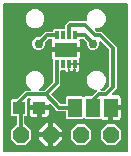
<source format=gbr>
G04 EAGLE Gerber X2 export*
G75*
%MOMM*%
%FSLAX34Y34*%
%LPD*%
%AMOC8*
5,1,8,0,0,1.08239X$1,22.5*%
G01*
%ADD10R,1.050000X1.080000*%
%ADD11R,0.300000X0.800000*%
%ADD12R,1.900000X1.200000*%
%ADD13P,1.539592X8X112.500000*%
%ADD14R,1.168400X1.600200*%
%ADD15C,0.304800*%
%ADD16C,0.200000*%
%ADD17C,0.756400*%

G36*
X108064Y3010D02*
X108064Y3010D01*
X108128Y3009D01*
X108203Y3030D01*
X108279Y3041D01*
X108338Y3067D01*
X108400Y3084D01*
X108466Y3125D01*
X108536Y3157D01*
X108585Y3199D01*
X108640Y3232D01*
X108692Y3290D01*
X108750Y3340D01*
X108786Y3394D01*
X108829Y3442D01*
X108862Y3511D01*
X108905Y3576D01*
X108924Y3638D01*
X108952Y3695D01*
X108963Y3765D01*
X108987Y3846D01*
X108988Y3931D01*
X108999Y4000D01*
X108999Y128000D01*
X108990Y128064D01*
X108991Y128128D01*
X108970Y128203D01*
X108959Y128279D01*
X108933Y128338D01*
X108916Y128400D01*
X108875Y128466D01*
X108843Y128536D01*
X108801Y128585D01*
X108768Y128640D01*
X108710Y128692D01*
X108660Y128750D01*
X108606Y128786D01*
X108558Y128829D01*
X108489Y128862D01*
X108424Y128905D01*
X108362Y128924D01*
X108305Y128952D01*
X108235Y128963D01*
X108154Y128987D01*
X108069Y128988D01*
X108000Y128999D01*
X4000Y128999D01*
X3936Y128990D01*
X3872Y128991D01*
X3797Y128970D01*
X3721Y128959D01*
X3662Y128933D01*
X3600Y128916D01*
X3534Y128875D01*
X3464Y128843D01*
X3415Y128801D01*
X3360Y128768D01*
X3308Y128710D01*
X3250Y128660D01*
X3214Y128606D01*
X3171Y128558D01*
X3138Y128489D01*
X3095Y128424D01*
X3076Y128362D01*
X3048Y128305D01*
X3037Y128235D01*
X3013Y128154D01*
X3012Y128069D01*
X3001Y128000D01*
X3001Y4000D01*
X3010Y3936D01*
X3009Y3872D01*
X3030Y3797D01*
X3041Y3721D01*
X3067Y3662D01*
X3084Y3600D01*
X3125Y3534D01*
X3157Y3464D01*
X3199Y3415D01*
X3232Y3360D01*
X3290Y3308D01*
X3340Y3250D01*
X3394Y3214D01*
X3442Y3171D01*
X3511Y3138D01*
X3576Y3095D01*
X3638Y3076D01*
X3695Y3048D01*
X3765Y3037D01*
X3846Y3013D01*
X3931Y3012D01*
X4000Y3001D01*
X108000Y3001D01*
X108064Y3010D01*
G37*
%LPC*%
G36*
X14323Y9363D02*
X14323Y9363D01*
X9263Y14423D01*
X9263Y21577D01*
X14559Y26873D01*
X14616Y26950D01*
X14681Y27021D01*
X14701Y27062D01*
X14728Y27098D01*
X14762Y27188D01*
X14804Y27275D01*
X14810Y27317D01*
X14827Y27362D01*
X14837Y27490D01*
X14851Y27579D01*
X14851Y32976D01*
X14842Y33040D01*
X14843Y33104D01*
X14822Y33179D01*
X14811Y33255D01*
X14785Y33314D01*
X14768Y33376D01*
X14727Y33442D01*
X14695Y33512D01*
X14653Y33561D01*
X14620Y33616D01*
X14562Y33668D01*
X14512Y33726D01*
X14458Y33762D01*
X14410Y33805D01*
X14341Y33838D01*
X14276Y33881D01*
X14214Y33900D01*
X14157Y33928D01*
X14087Y33939D01*
X14006Y33963D01*
X13921Y33964D01*
X13852Y33975D01*
X10268Y33975D01*
X9375Y34868D01*
X9375Y46932D01*
X10268Y47825D01*
X14099Y47825D01*
X14194Y47838D01*
X14290Y47843D01*
X14334Y47858D01*
X14378Y47865D01*
X14466Y47904D01*
X14557Y47936D01*
X14591Y47961D01*
X14635Y47981D01*
X14733Y48064D01*
X14806Y48117D01*
X21737Y55049D01*
X25680Y55049D01*
X25766Y55061D01*
X25853Y55064D01*
X25905Y55081D01*
X25959Y55089D01*
X26038Y55124D01*
X26121Y55151D01*
X26166Y55182D01*
X26216Y55205D01*
X26282Y55261D01*
X26354Y55310D01*
X26389Y55353D01*
X26430Y55388D01*
X26478Y55461D01*
X26533Y55528D01*
X26555Y55578D01*
X26585Y55624D01*
X26610Y55707D01*
X26644Y55787D01*
X26651Y55841D01*
X26667Y55894D01*
X26668Y55981D01*
X26679Y56067D01*
X26670Y56121D01*
X26671Y56176D01*
X26648Y56260D01*
X26634Y56345D01*
X26610Y56395D01*
X26596Y56448D01*
X26550Y56522D01*
X26513Y56600D01*
X26476Y56641D01*
X26448Y56688D01*
X26383Y56746D01*
X26325Y56811D01*
X26282Y56837D01*
X26238Y56877D01*
X26136Y56926D01*
X26062Y56971D01*
X25468Y57217D01*
X23217Y59468D01*
X21999Y62409D01*
X21999Y65591D01*
X23217Y68532D01*
X25468Y70783D01*
X28409Y72001D01*
X31591Y72001D01*
X34532Y70783D01*
X36783Y68532D01*
X38001Y65591D01*
X38001Y62409D01*
X36783Y59468D01*
X34532Y57217D01*
X33938Y56971D01*
X33863Y56927D01*
X33784Y56891D01*
X33742Y56856D01*
X33695Y56828D01*
X33636Y56764D01*
X33570Y56708D01*
X33540Y56662D01*
X33502Y56622D01*
X33463Y56545D01*
X33415Y56472D01*
X33399Y56419D01*
X33374Y56370D01*
X33358Y56285D01*
X33333Y56202D01*
X33332Y56147D01*
X33322Y56093D01*
X33330Y56007D01*
X33329Y55920D01*
X33344Y55867D01*
X33349Y55813D01*
X33381Y55732D01*
X33404Y55648D01*
X33433Y55602D01*
X33453Y55551D01*
X33507Y55482D01*
X33552Y55408D01*
X33593Y55372D01*
X33627Y55328D01*
X33697Y55277D01*
X33762Y55219D01*
X33811Y55195D01*
X33856Y55163D01*
X33938Y55134D01*
X34016Y55096D01*
X34066Y55088D01*
X34121Y55069D01*
X34235Y55062D01*
X34320Y55049D01*
X37323Y55049D01*
X37418Y55062D01*
X37514Y55067D01*
X37558Y55082D01*
X37602Y55089D01*
X37690Y55128D01*
X37781Y55160D01*
X37815Y55185D01*
X37859Y55205D01*
X37957Y55288D01*
X38030Y55341D01*
X45159Y62470D01*
X45216Y62547D01*
X45281Y62618D01*
X45301Y62659D01*
X45328Y62696D01*
X45362Y62786D01*
X45404Y62872D01*
X45410Y62914D01*
X45427Y62960D01*
X45437Y63087D01*
X45451Y63177D01*
X45451Y79383D01*
X45451Y79384D01*
X45461Y79511D01*
X45475Y79601D01*
X45475Y80981D01*
X45467Y81041D01*
X45467Y81070D01*
X45463Y81086D01*
X45461Y81151D01*
X45443Y81205D01*
X45435Y81260D01*
X45400Y81338D01*
X45374Y81419D01*
X45342Y81466D01*
X45319Y81517D01*
X45264Y81582D01*
X45216Y81653D01*
X45175Y81686D01*
X45136Y81731D01*
X45042Y81793D01*
X44976Y81846D01*
X44940Y81867D01*
X44467Y82340D01*
X44132Y82919D01*
X43959Y83565D01*
X43959Y87901D01*
X55000Y87901D01*
X55064Y87910D01*
X55128Y87909D01*
X55202Y87930D01*
X55279Y87941D01*
X55338Y87967D01*
X55400Y87984D01*
X55466Y88025D01*
X55536Y88057D01*
X55585Y88099D01*
X55640Y88132D01*
X55691Y88190D01*
X55750Y88240D01*
X55786Y88294D01*
X55829Y88342D01*
X55862Y88411D01*
X55905Y88476D01*
X55924Y88538D01*
X55952Y88595D01*
X55962Y88665D01*
X55987Y88746D01*
X55988Y88831D01*
X55999Y88900D01*
X55999Y90900D01*
X55990Y90964D01*
X55991Y91028D01*
X55970Y91103D01*
X55959Y91179D01*
X55933Y91238D01*
X55916Y91300D01*
X55875Y91366D01*
X55843Y91436D01*
X55801Y91485D01*
X55768Y91540D01*
X55710Y91592D01*
X55660Y91650D01*
X55606Y91686D01*
X55558Y91729D01*
X55489Y91762D01*
X55424Y91805D01*
X55362Y91824D01*
X55304Y91852D01*
X55235Y91862D01*
X55154Y91887D01*
X55069Y91888D01*
X55000Y91899D01*
X43959Y91899D01*
X43959Y96235D01*
X44132Y96881D01*
X44405Y97352D01*
X44421Y97392D01*
X44444Y97428D01*
X44473Y97523D01*
X44510Y97614D01*
X44514Y97657D01*
X44527Y97698D01*
X44528Y97796D01*
X44538Y97895D01*
X44530Y97937D01*
X44530Y97980D01*
X44504Y98075D01*
X44486Y98172D01*
X44467Y98210D01*
X44455Y98252D01*
X44403Y98336D01*
X44359Y98424D01*
X44330Y98455D01*
X44307Y98492D01*
X44234Y98558D01*
X44167Y98630D01*
X44130Y98652D01*
X44098Y98681D01*
X44009Y98724D01*
X43924Y98774D01*
X43883Y98785D01*
X43844Y98804D01*
X43760Y98817D01*
X43651Y98845D01*
X43591Y98843D01*
X43539Y98851D01*
X41577Y98851D01*
X41482Y98838D01*
X41386Y98833D01*
X41342Y98818D01*
X41298Y98811D01*
X41210Y98772D01*
X41119Y98740D01*
X41085Y98715D01*
X41041Y98695D01*
X40943Y98612D01*
X40870Y98559D01*
X38599Y96288D01*
X38542Y96211D01*
X38477Y96140D01*
X38457Y96099D01*
X38430Y96062D01*
X38396Y95972D01*
X38354Y95886D01*
X38348Y95844D01*
X38331Y95798D01*
X38321Y95671D01*
X38307Y95581D01*
X38307Y93944D01*
X37499Y91994D01*
X36006Y90501D01*
X34056Y89693D01*
X31944Y89693D01*
X29994Y90501D01*
X28501Y91994D01*
X27693Y93944D01*
X27693Y96056D01*
X28501Y98006D01*
X29994Y99499D01*
X31944Y100307D01*
X33581Y100307D01*
X33676Y100320D01*
X33772Y100325D01*
X33816Y100340D01*
X33860Y100347D01*
X33948Y100386D01*
X34039Y100418D01*
X34073Y100443D01*
X34117Y100463D01*
X34215Y100546D01*
X34288Y100599D01*
X38637Y104949D01*
X44476Y104949D01*
X44540Y104958D01*
X44604Y104957D01*
X44679Y104978D01*
X44755Y104989D01*
X44814Y105015D01*
X44876Y105032D01*
X44942Y105073D01*
X45012Y105105D01*
X45061Y105147D01*
X45116Y105180D01*
X45168Y105238D01*
X45226Y105288D01*
X45262Y105342D01*
X45305Y105390D01*
X45338Y105459D01*
X45381Y105524D01*
X45400Y105586D01*
X45428Y105643D01*
X45439Y105713D01*
X45463Y105794D01*
X45464Y105879D01*
X45475Y105948D01*
X45475Y106532D01*
X46368Y107425D01*
X54452Y107425D01*
X54516Y107434D01*
X54580Y107433D01*
X54655Y107454D01*
X54731Y107465D01*
X54790Y107491D01*
X54852Y107508D01*
X54918Y107549D01*
X54988Y107581D01*
X55037Y107623D01*
X55092Y107656D01*
X55144Y107714D01*
X55202Y107764D01*
X55238Y107818D01*
X55281Y107866D01*
X55314Y107935D01*
X55357Y108000D01*
X55376Y108062D01*
X55404Y108119D01*
X55415Y108189D01*
X55439Y108270D01*
X55440Y108355D01*
X55451Y108424D01*
X55451Y110763D01*
X58737Y114049D01*
X73000Y114049D01*
X73064Y114058D01*
X73128Y114057D01*
X73203Y114078D01*
X73279Y114089D01*
X73338Y114115D01*
X73400Y114132D01*
X73466Y114173D01*
X73536Y114205D01*
X73585Y114247D01*
X73640Y114280D01*
X73692Y114338D01*
X73750Y114388D01*
X73786Y114442D01*
X73829Y114490D01*
X73862Y114559D01*
X73905Y114624D01*
X73924Y114686D01*
X73952Y114743D01*
X73963Y114813D01*
X73987Y114894D01*
X73988Y114979D01*
X73999Y115048D01*
X73999Y117591D01*
X75217Y120532D01*
X77468Y122783D01*
X80409Y124001D01*
X83591Y124001D01*
X86532Y122783D01*
X88783Y120532D01*
X90001Y117591D01*
X90001Y114409D01*
X88783Y111468D01*
X86532Y109217D01*
X83591Y107999D01*
X81643Y107999D01*
X81611Y107995D01*
X81579Y107997D01*
X81472Y107975D01*
X81364Y107959D01*
X81334Y107946D01*
X81303Y107940D01*
X81206Y107888D01*
X81107Y107843D01*
X81082Y107822D01*
X81054Y107807D01*
X80975Y107731D01*
X80892Y107660D01*
X80875Y107633D01*
X80852Y107610D01*
X80798Y107515D01*
X80738Y107424D01*
X80728Y107393D01*
X80713Y107365D01*
X80687Y107259D01*
X80655Y107154D01*
X80655Y107122D01*
X80648Y107091D01*
X80653Y106981D01*
X80652Y106872D01*
X80660Y106841D01*
X80662Y106809D01*
X80698Y106706D01*
X80727Y106600D01*
X80744Y106573D01*
X80754Y106542D01*
X80808Y106469D01*
X80875Y106360D01*
X80911Y106328D01*
X80936Y106293D01*
X81888Y105341D01*
X81965Y105284D01*
X82036Y105219D01*
X82077Y105199D01*
X82114Y105172D01*
X82204Y105138D01*
X82290Y105096D01*
X82332Y105090D01*
X82378Y105073D01*
X82505Y105063D01*
X82595Y105049D01*
X86263Y105049D01*
X96970Y94341D01*
X99049Y92263D01*
X99049Y56737D01*
X95359Y53048D01*
X95340Y53022D01*
X95315Y53001D01*
X95255Y52909D01*
X95190Y52822D01*
X95178Y52792D01*
X95161Y52765D01*
X95129Y52660D01*
X95090Y52558D01*
X95088Y52526D01*
X95078Y52495D01*
X95077Y52386D01*
X95068Y52277D01*
X95075Y52245D01*
X95075Y52213D01*
X95104Y52108D01*
X95126Y52001D01*
X95141Y51972D01*
X95150Y51941D01*
X95207Y51848D01*
X95259Y51752D01*
X95281Y51729D01*
X95298Y51701D01*
X95379Y51628D01*
X95455Y51550D01*
X95483Y51534D01*
X95507Y51512D01*
X95606Y51465D01*
X95701Y51411D01*
X95732Y51403D01*
X95761Y51389D01*
X95850Y51375D01*
X95975Y51346D01*
X96024Y51348D01*
X96066Y51342D01*
X100317Y51342D01*
X100963Y51169D01*
X101542Y50834D01*
X102015Y50361D01*
X102350Y49782D01*
X102523Y49136D01*
X102523Y42799D01*
X95140Y42799D01*
X95076Y42790D01*
X95012Y42791D01*
X94938Y42770D01*
X94861Y42759D01*
X94802Y42733D01*
X94740Y42716D01*
X94674Y42675D01*
X94604Y42643D01*
X94555Y42601D01*
X94500Y42568D01*
X94449Y42510D01*
X94390Y42460D01*
X94354Y42406D01*
X94311Y42358D01*
X94278Y42289D01*
X94235Y42224D01*
X94216Y42162D01*
X94188Y42105D01*
X94178Y42035D01*
X94153Y41954D01*
X94152Y41869D01*
X94141Y41800D01*
X94141Y40799D01*
X93140Y40799D01*
X93076Y40790D01*
X93012Y40791D01*
X92937Y40770D01*
X92861Y40759D01*
X92802Y40733D01*
X92740Y40716D01*
X92674Y40675D01*
X92604Y40643D01*
X92555Y40601D01*
X92500Y40568D01*
X92448Y40510D01*
X92390Y40460D01*
X92354Y40406D01*
X92311Y40358D01*
X92278Y40289D01*
X92235Y40224D01*
X92216Y40162D01*
X92188Y40104D01*
X92178Y40035D01*
X92153Y39954D01*
X92152Y39869D01*
X92141Y39800D01*
X92141Y30258D01*
X87963Y30258D01*
X87317Y30431D01*
X86738Y30766D01*
X86508Y30996D01*
X86456Y31035D01*
X86411Y31081D01*
X86344Y31119D01*
X86283Y31165D01*
X86222Y31188D01*
X86166Y31220D01*
X86091Y31237D01*
X86019Y31265D01*
X85954Y31270D01*
X85891Y31284D01*
X85814Y31280D01*
X85738Y31286D01*
X85680Y31274D01*
X72426Y31274D01*
X71987Y31714D01*
X71935Y31753D01*
X71890Y31799D01*
X71823Y31837D01*
X71761Y31883D01*
X71701Y31906D01*
X71645Y31938D01*
X71570Y31956D01*
X71497Y31983D01*
X71433Y31988D01*
X71371Y32003D01*
X71293Y31999D01*
X71216Y32005D01*
X71153Y31992D01*
X71089Y31988D01*
X71016Y31963D01*
X70940Y31947D01*
X70883Y31917D01*
X70822Y31896D01*
X70766Y31855D01*
X70691Y31815D01*
X70630Y31755D01*
X70573Y31714D01*
X70134Y31274D01*
X57186Y31274D01*
X56293Y32167D01*
X56293Y36752D01*
X56284Y36816D01*
X56285Y36880D01*
X56264Y36955D01*
X56253Y37031D01*
X56227Y37090D01*
X56210Y37152D01*
X56169Y37218D01*
X56137Y37288D01*
X56095Y37337D01*
X56062Y37392D01*
X56004Y37444D01*
X55954Y37502D01*
X55900Y37538D01*
X55852Y37581D01*
X55783Y37614D01*
X55718Y37657D01*
X55656Y37676D01*
X55599Y37704D01*
X55529Y37715D01*
X55448Y37739D01*
X55363Y37740D01*
X55294Y37751D01*
X48937Y37751D01*
X46859Y39830D01*
X43147Y43542D01*
X43121Y43561D01*
X43100Y43586D01*
X43008Y43646D01*
X42921Y43711D01*
X42891Y43723D01*
X42864Y43740D01*
X42759Y43772D01*
X42657Y43811D01*
X42625Y43813D01*
X42594Y43823D01*
X42485Y43824D01*
X42376Y43833D01*
X42344Y43826D01*
X42312Y43826D01*
X42207Y43797D01*
X42100Y43775D01*
X42071Y43760D01*
X42040Y43751D01*
X41947Y43694D01*
X41851Y43642D01*
X41828Y43620D01*
X41800Y43603D01*
X41727Y43522D01*
X41649Y43446D01*
X41633Y43418D01*
X41611Y43394D01*
X41564Y43295D01*
X41510Y43200D01*
X41502Y43169D01*
X41488Y43140D01*
X41474Y43051D01*
X41445Y42926D01*
X41446Y42899D01*
X34650Y42899D01*
X34586Y42890D01*
X34522Y42891D01*
X34448Y42870D01*
X34371Y42859D01*
X34312Y42833D01*
X34250Y42816D01*
X34184Y42775D01*
X34114Y42743D01*
X34065Y42701D01*
X34010Y42668D01*
X33959Y42610D01*
X33900Y42560D01*
X33864Y42506D01*
X33821Y42458D01*
X33788Y42389D01*
X33745Y42324D01*
X33726Y42262D01*
X33698Y42205D01*
X33688Y42135D01*
X33663Y42054D01*
X33662Y41969D01*
X33651Y41900D01*
X33651Y40899D01*
X33649Y40899D01*
X33649Y41900D01*
X33640Y41964D01*
X33641Y42028D01*
X33620Y42103D01*
X33609Y42179D01*
X33583Y42238D01*
X33566Y42300D01*
X33525Y42366D01*
X33493Y42436D01*
X33451Y42485D01*
X33418Y42540D01*
X33360Y42592D01*
X33310Y42650D01*
X33256Y42686D01*
X33208Y42729D01*
X33139Y42762D01*
X33074Y42805D01*
X33012Y42824D01*
X32954Y42852D01*
X32885Y42862D01*
X32804Y42887D01*
X32719Y42888D01*
X32650Y42899D01*
X25859Y42899D01*
X25859Y46635D01*
X26032Y47281D01*
X26132Y47452D01*
X26148Y47492D01*
X26171Y47528D01*
X26200Y47622D01*
X26237Y47714D01*
X26241Y47757D01*
X26253Y47798D01*
X26255Y47896D01*
X26265Y47995D01*
X26257Y48037D01*
X26257Y48080D01*
X26231Y48175D01*
X26213Y48272D01*
X26194Y48310D01*
X26182Y48352D01*
X26130Y48436D01*
X26086Y48524D01*
X26057Y48555D01*
X26034Y48592D01*
X25961Y48658D01*
X25893Y48730D01*
X25856Y48752D01*
X25825Y48781D01*
X25736Y48824D01*
X25651Y48874D01*
X25609Y48885D01*
X25571Y48904D01*
X25486Y48917D01*
X25378Y48945D01*
X25318Y48943D01*
X25266Y48951D01*
X24677Y48951D01*
X24582Y48938D01*
X24486Y48933D01*
X24442Y48918D01*
X24398Y48911D01*
X24310Y48872D01*
X24219Y48840D01*
X24185Y48815D01*
X24141Y48795D01*
X24043Y48712D01*
X23970Y48659D01*
X23217Y47906D01*
X23160Y47829D01*
X23095Y47758D01*
X23075Y47717D01*
X23048Y47680D01*
X23014Y47590D01*
X22972Y47504D01*
X22966Y47462D01*
X22949Y47416D01*
X22939Y47289D01*
X22925Y47199D01*
X22925Y34868D01*
X22032Y33975D01*
X21948Y33975D01*
X21884Y33966D01*
X21820Y33967D01*
X21745Y33946D01*
X21669Y33935D01*
X21610Y33909D01*
X21548Y33892D01*
X21482Y33851D01*
X21412Y33819D01*
X21363Y33777D01*
X21308Y33744D01*
X21256Y33686D01*
X21198Y33636D01*
X21162Y33582D01*
X21119Y33534D01*
X21086Y33465D01*
X21043Y33400D01*
X21024Y33338D01*
X20996Y33281D01*
X20985Y33211D01*
X20961Y33130D01*
X20960Y33045D01*
X20949Y32976D01*
X20949Y27579D01*
X20962Y27484D01*
X20967Y27388D01*
X20982Y27345D01*
X20989Y27300D01*
X21028Y27213D01*
X21060Y27122D01*
X21085Y27087D01*
X21105Y27043D01*
X21188Y26946D01*
X21241Y26873D01*
X26537Y21577D01*
X26537Y14423D01*
X21477Y9363D01*
X14323Y9363D01*
G37*
%LPD*%
G36*
X55358Y43858D02*
X55358Y43858D01*
X55422Y43857D01*
X55497Y43878D01*
X55573Y43889D01*
X55632Y43915D01*
X55694Y43932D01*
X55760Y43973D01*
X55830Y44005D01*
X55879Y44047D01*
X55934Y44080D01*
X55986Y44138D01*
X56044Y44188D01*
X56080Y44242D01*
X56123Y44290D01*
X56156Y44359D01*
X56199Y44424D01*
X56218Y44486D01*
X56246Y44543D01*
X56257Y44613D01*
X56281Y44694D01*
X56282Y44779D01*
X56293Y44848D01*
X56293Y49433D01*
X57186Y50326D01*
X70134Y50326D01*
X70573Y49886D01*
X70625Y49847D01*
X70670Y49801D01*
X70737Y49763D01*
X70799Y49717D01*
X70859Y49694D01*
X70915Y49662D01*
X70990Y49644D01*
X71063Y49617D01*
X71127Y49612D01*
X71190Y49597D01*
X71267Y49601D01*
X71344Y49595D01*
X71407Y49608D01*
X71471Y49612D01*
X71544Y49637D01*
X71620Y49653D01*
X71677Y49683D01*
X71738Y49704D01*
X71794Y49746D01*
X71869Y49785D01*
X71930Y49844D01*
X71987Y49886D01*
X72426Y50326D01*
X77600Y50326D01*
X77695Y50339D01*
X77791Y50344D01*
X77834Y50359D01*
X77879Y50366D01*
X77967Y50405D01*
X78058Y50437D01*
X78092Y50462D01*
X78136Y50482D01*
X78234Y50565D01*
X78307Y50618D01*
X81982Y54293D01*
X82001Y54319D01*
X82026Y54340D01*
X82086Y54432D01*
X82151Y54519D01*
X82163Y54549D01*
X82180Y54576D01*
X82212Y54681D01*
X82251Y54783D01*
X82253Y54815D01*
X82263Y54846D01*
X82264Y54955D01*
X82273Y55064D01*
X82266Y55096D01*
X82266Y55128D01*
X82237Y55233D01*
X82215Y55340D01*
X82200Y55369D01*
X82191Y55400D01*
X82134Y55493D01*
X82082Y55589D01*
X82060Y55612D01*
X82043Y55640D01*
X81962Y55713D01*
X81886Y55791D01*
X81858Y55807D01*
X81834Y55829D01*
X81735Y55876D01*
X81640Y55930D01*
X81609Y55938D01*
X81580Y55952D01*
X81491Y55966D01*
X81366Y55995D01*
X81317Y55993D01*
X81275Y55999D01*
X80409Y55999D01*
X77468Y57217D01*
X75217Y59468D01*
X73999Y62409D01*
X73999Y65591D01*
X75217Y68532D01*
X77468Y70783D01*
X80409Y72001D01*
X83591Y72001D01*
X86532Y70783D01*
X88783Y68532D01*
X90001Y65591D01*
X90001Y62409D01*
X88783Y59468D01*
X86532Y57217D01*
X85938Y56971D01*
X85863Y56927D01*
X85784Y56891D01*
X85742Y56856D01*
X85695Y56828D01*
X85636Y56764D01*
X85570Y56708D01*
X85540Y56662D01*
X85502Y56622D01*
X85463Y56545D01*
X85415Y56472D01*
X85399Y56419D01*
X85374Y56370D01*
X85358Y56285D01*
X85333Y56202D01*
X85332Y56147D01*
X85322Y56093D01*
X85330Y56007D01*
X85329Y55920D01*
X85344Y55867D01*
X85349Y55813D01*
X85381Y55732D01*
X85404Y55648D01*
X85433Y55602D01*
X85454Y55551D01*
X85507Y55482D01*
X85553Y55408D01*
X85593Y55372D01*
X85627Y55328D01*
X85697Y55277D01*
X85762Y55219D01*
X85811Y55195D01*
X85856Y55163D01*
X85938Y55134D01*
X86016Y55096D01*
X86066Y55088D01*
X86121Y55069D01*
X86235Y55062D01*
X86320Y55049D01*
X88323Y55049D01*
X88418Y55062D01*
X88514Y55067D01*
X88558Y55082D01*
X88602Y55089D01*
X88690Y55128D01*
X88781Y55160D01*
X88815Y55185D01*
X88859Y55205D01*
X88957Y55288D01*
X89030Y55341D01*
X92659Y58970D01*
X92716Y59047D01*
X92781Y59118D01*
X92801Y59159D01*
X92828Y59196D01*
X92862Y59286D01*
X92904Y59372D01*
X92910Y59414D01*
X92927Y59460D01*
X92937Y59587D01*
X92951Y59677D01*
X92951Y89323D01*
X92938Y89418D01*
X92933Y89514D01*
X92918Y89558D01*
X92911Y89603D01*
X92872Y89690D01*
X92840Y89781D01*
X92815Y89815D01*
X92795Y89859D01*
X92712Y89957D01*
X92659Y90030D01*
X86013Y96676D01*
X85987Y96695D01*
X85966Y96720D01*
X85874Y96780D01*
X85787Y96845D01*
X85757Y96857D01*
X85730Y96874D01*
X85625Y96906D01*
X85523Y96945D01*
X85491Y96947D01*
X85460Y96957D01*
X85351Y96958D01*
X85242Y96967D01*
X85210Y96960D01*
X85178Y96960D01*
X85073Y96931D01*
X84966Y96909D01*
X84937Y96894D01*
X84906Y96885D01*
X84813Y96828D01*
X84717Y96776D01*
X84694Y96754D01*
X84666Y96737D01*
X84593Y96656D01*
X84515Y96580D01*
X84499Y96552D01*
X84477Y96528D01*
X84430Y96429D01*
X84376Y96334D01*
X84368Y96303D01*
X84354Y96274D01*
X84340Y96185D01*
X84311Y96060D01*
X84313Y96011D01*
X84307Y95969D01*
X84307Y93944D01*
X83499Y91994D01*
X82006Y90501D01*
X80056Y89693D01*
X77944Y89693D01*
X75994Y90501D01*
X74501Y91994D01*
X73693Y93944D01*
X73693Y95581D01*
X73680Y95676D01*
X73675Y95772D01*
X73660Y95816D01*
X73653Y95860D01*
X73614Y95948D01*
X73582Y96039D01*
X73557Y96073D01*
X73537Y96117D01*
X73454Y96215D01*
X73401Y96288D01*
X71130Y98559D01*
X71053Y98616D01*
X70982Y98681D01*
X70941Y98701D01*
X70904Y98728D01*
X70814Y98762D01*
X70728Y98804D01*
X70686Y98810D01*
X70640Y98827D01*
X70513Y98837D01*
X70423Y98851D01*
X68461Y98851D01*
X68418Y98845D01*
X68375Y98848D01*
X68279Y98825D01*
X68181Y98811D01*
X68142Y98794D01*
X68100Y98784D01*
X68014Y98736D01*
X67924Y98695D01*
X67892Y98667D01*
X67854Y98646D01*
X67785Y98576D01*
X67710Y98512D01*
X67687Y98476D01*
X67657Y98445D01*
X67610Y98359D01*
X67556Y98276D01*
X67543Y98235D01*
X67523Y98197D01*
X67502Y98101D01*
X67473Y98006D01*
X67473Y97963D01*
X67464Y97921D01*
X67471Y97823D01*
X67470Y97724D01*
X67481Y97683D01*
X67484Y97640D01*
X67515Y97560D01*
X67545Y97452D01*
X67576Y97401D01*
X67595Y97352D01*
X67868Y96881D01*
X68041Y96235D01*
X68041Y91899D01*
X57000Y91899D01*
X56936Y91890D01*
X56872Y91891D01*
X56798Y91870D01*
X56721Y91859D01*
X56662Y91833D01*
X56600Y91816D01*
X56534Y91775D01*
X56464Y91743D01*
X56415Y91701D01*
X56360Y91668D01*
X56309Y91610D01*
X56250Y91560D01*
X56214Y91506D01*
X56171Y91458D01*
X56138Y91389D01*
X56095Y91324D01*
X56076Y91262D01*
X56048Y91205D01*
X56038Y91135D01*
X56013Y91054D01*
X56012Y90969D01*
X56001Y90900D01*
X56001Y88900D01*
X56009Y88839D01*
X56009Y88808D01*
X56010Y88807D01*
X56009Y88772D01*
X56030Y88697D01*
X56041Y88621D01*
X56067Y88562D01*
X56084Y88500D01*
X56125Y88434D01*
X56157Y88364D01*
X56199Y88315D01*
X56232Y88260D01*
X56290Y88208D01*
X56340Y88150D01*
X56394Y88114D01*
X56442Y88071D01*
X56511Y88038D01*
X56576Y87995D01*
X56638Y87976D01*
X56696Y87948D01*
X56765Y87938D01*
X56846Y87913D01*
X56931Y87912D01*
X57000Y87901D01*
X68041Y87901D01*
X68041Y83565D01*
X67868Y82919D01*
X67675Y82585D01*
X67635Y82486D01*
X67588Y82390D01*
X67583Y82358D01*
X67569Y82323D01*
X67555Y82176D01*
X67541Y82085D01*
X67541Y78899D01*
X63500Y78899D01*
X58500Y78899D01*
X58437Y78890D01*
X58372Y78891D01*
X58298Y78871D01*
X58221Y78860D01*
X58163Y78833D01*
X58101Y78816D01*
X58035Y78775D01*
X57964Y78743D01*
X57915Y78702D01*
X57861Y78668D01*
X57809Y78610D01*
X57750Y78560D01*
X57715Y78506D01*
X57672Y78459D01*
X57638Y78389D01*
X57595Y78324D01*
X57577Y78262D01*
X57549Y78205D01*
X57538Y78135D01*
X57513Y78054D01*
X57512Y77970D01*
X57501Y77900D01*
X57510Y77836D01*
X57509Y77772D01*
X57530Y77697D01*
X57541Y77621D01*
X57567Y77562D01*
X57584Y77500D01*
X57625Y77434D01*
X57657Y77364D01*
X57699Y77315D01*
X57733Y77260D01*
X57790Y77208D01*
X57841Y77149D01*
X57894Y77114D01*
X57942Y77071D01*
X58012Y77037D01*
X58076Y76995D01*
X58138Y76976D01*
X58196Y76948D01*
X58265Y76937D01*
X58346Y76913D01*
X58431Y76911D01*
X58500Y76901D01*
X63500Y76901D01*
X67541Y76901D01*
X67541Y73565D01*
X67368Y72919D01*
X67033Y72340D01*
X66560Y71867D01*
X65981Y71532D01*
X65335Y71359D01*
X64499Y71359D01*
X64499Y73285D01*
X64497Y73301D01*
X64499Y73317D01*
X64477Y73441D01*
X64460Y73565D01*
X64453Y73579D01*
X64450Y73595D01*
X64395Y73708D01*
X64343Y73821D01*
X64333Y73834D01*
X64326Y73848D01*
X64241Y73941D01*
X64160Y74036D01*
X64146Y74045D01*
X64135Y74057D01*
X64029Y74122D01*
X63924Y74190D01*
X63908Y74195D01*
X63895Y74203D01*
X63774Y74236D01*
X63654Y74273D01*
X63638Y74273D01*
X63622Y74277D01*
X63497Y74275D01*
X63372Y74276D01*
X63357Y74272D01*
X63340Y74272D01*
X63221Y74235D01*
X63100Y74201D01*
X63087Y74193D01*
X63071Y74188D01*
X62967Y74119D01*
X62860Y74053D01*
X62850Y74041D01*
X62836Y74032D01*
X62756Y73937D01*
X62671Y73844D01*
X62664Y73829D01*
X62654Y73817D01*
X62619Y73735D01*
X62548Y73590D01*
X62548Y73589D01*
X62544Y73560D01*
X62532Y73534D01*
X62532Y73532D01*
X62514Y73372D01*
X62501Y73284D01*
X62501Y71359D01*
X61666Y71359D01*
X61259Y71468D01*
X61153Y71481D01*
X61048Y71501D01*
X61015Y71498D01*
X60979Y71502D01*
X60832Y71478D01*
X60741Y71468D01*
X60334Y71359D01*
X59499Y71359D01*
X59499Y73284D01*
X59478Y73436D01*
X59470Y73527D01*
X59469Y73528D01*
X59462Y73545D01*
X59460Y73563D01*
X59459Y73564D01*
X59459Y73565D01*
X59409Y73676D01*
X59363Y73789D01*
X59351Y73804D01*
X59343Y73822D01*
X59264Y73914D01*
X59188Y74010D01*
X59172Y74021D01*
X59160Y74036D01*
X59058Y74103D01*
X58958Y74174D01*
X58940Y74180D01*
X58924Y74190D01*
X58807Y74226D01*
X58692Y74266D01*
X58672Y74267D01*
X58654Y74273D01*
X58532Y74274D01*
X58410Y74281D01*
X58391Y74276D01*
X58372Y74276D01*
X58254Y74244D01*
X58135Y74216D01*
X58119Y74206D01*
X58100Y74201D01*
X57996Y74137D01*
X57890Y74077D01*
X57877Y74063D01*
X57860Y74053D01*
X57778Y73963D01*
X57693Y73875D01*
X57684Y73858D01*
X57671Y73844D01*
X57618Y73734D01*
X57560Y73626D01*
X57557Y73607D01*
X57548Y73590D01*
X57534Y73501D01*
X57503Y73350D01*
X57506Y73318D01*
X57501Y73285D01*
X57501Y71359D01*
X56665Y71359D01*
X56019Y71532D01*
X55440Y71867D01*
X55224Y72083D01*
X55147Y72140D01*
X55076Y72205D01*
X55035Y72225D01*
X54999Y72252D01*
X54909Y72286D01*
X54822Y72328D01*
X54780Y72334D01*
X54735Y72351D01*
X54607Y72361D01*
X54518Y72375D01*
X52548Y72375D01*
X52484Y72366D01*
X52420Y72367D01*
X52345Y72346D01*
X52269Y72335D01*
X52210Y72309D01*
X52148Y72292D01*
X52082Y72251D01*
X52012Y72219D01*
X51963Y72177D01*
X51908Y72144D01*
X51856Y72086D01*
X51798Y72036D01*
X51762Y71982D01*
X51719Y71934D01*
X51686Y71865D01*
X51643Y71800D01*
X51624Y71738D01*
X51596Y71681D01*
X51585Y71611D01*
X51561Y71530D01*
X51560Y71445D01*
X51549Y71376D01*
X51549Y60237D01*
X44018Y52707D01*
X43980Y52655D01*
X43934Y52610D01*
X43895Y52543D01*
X43849Y52481D01*
X43826Y52421D01*
X43794Y52365D01*
X43777Y52290D01*
X43749Y52217D01*
X43744Y52153D01*
X43730Y52091D01*
X43733Y52013D01*
X43728Y51936D01*
X43741Y51873D01*
X43744Y51809D01*
X43769Y51736D01*
X43785Y51660D01*
X43815Y51603D01*
X43836Y51542D01*
X43878Y51486D01*
X43918Y51411D01*
X43977Y51350D01*
X43979Y51347D01*
X43993Y51324D01*
X44001Y51318D01*
X44018Y51293D01*
X51170Y44141D01*
X51247Y44084D01*
X51318Y44019D01*
X51359Y43999D01*
X51396Y43972D01*
X51486Y43938D01*
X51572Y43896D01*
X51614Y43890D01*
X51660Y43873D01*
X51787Y43863D01*
X51877Y43849D01*
X55294Y43849D01*
X55358Y43858D01*
G37*
%LPC*%
G36*
X90523Y9363D02*
X90523Y9363D01*
X85463Y14423D01*
X85463Y21577D01*
X90523Y26637D01*
X97677Y26637D01*
X102737Y21577D01*
X102737Y14423D01*
X97677Y9363D01*
X90523Y9363D01*
G37*
%LPD*%
%LPC*%
G36*
X65123Y9363D02*
X65123Y9363D01*
X60063Y14423D01*
X60063Y21577D01*
X65123Y26637D01*
X72277Y26637D01*
X77337Y21577D01*
X77337Y14423D01*
X72277Y9363D01*
X65123Y9363D01*
G37*
%LPD*%
%LPC*%
G36*
X28409Y107999D02*
X28409Y107999D01*
X25468Y109217D01*
X23217Y111468D01*
X21999Y114409D01*
X21999Y117591D01*
X23217Y120532D01*
X25468Y122783D01*
X28409Y124001D01*
X31591Y124001D01*
X34532Y122783D01*
X36783Y120532D01*
X38001Y117591D01*
X38001Y114409D01*
X36783Y111468D01*
X34532Y109217D01*
X31591Y107999D01*
X28409Y107999D01*
G37*
%LPD*%
%LPC*%
G36*
X96139Y30258D02*
X96139Y30258D01*
X96139Y38801D01*
X102523Y38801D01*
X102523Y32464D01*
X102350Y31818D01*
X102015Y31239D01*
X101542Y30766D01*
X100963Y30431D01*
X100317Y30258D01*
X96139Y30258D01*
G37*
%LPD*%
%LPC*%
G36*
X45299Y19999D02*
X45299Y19999D01*
X45299Y27653D01*
X47298Y27653D01*
X52953Y21998D01*
X52953Y19999D01*
X45299Y19999D01*
G37*
%LPD*%
%LPC*%
G36*
X33647Y19999D02*
X33647Y19999D01*
X33647Y21998D01*
X39302Y27653D01*
X41301Y27653D01*
X41301Y19999D01*
X33647Y19999D01*
G37*
%LPD*%
%LPC*%
G36*
X45299Y8347D02*
X45299Y8347D01*
X45299Y16001D01*
X52953Y16001D01*
X52953Y14002D01*
X47298Y8347D01*
X45299Y8347D01*
G37*
%LPD*%
%LPC*%
G36*
X39302Y8347D02*
X39302Y8347D01*
X33647Y14002D01*
X33647Y16001D01*
X41301Y16001D01*
X41301Y8347D01*
X39302Y8347D01*
G37*
%LPD*%
%LPC*%
G36*
X35649Y32959D02*
X35649Y32959D01*
X35649Y38901D01*
X41441Y38901D01*
X41441Y35165D01*
X41268Y34519D01*
X40933Y33940D01*
X40460Y33467D01*
X39881Y33132D01*
X39235Y32959D01*
X35649Y32959D01*
G37*
%LPD*%
%LPC*%
G36*
X28065Y32959D02*
X28065Y32959D01*
X27419Y33132D01*
X26840Y33467D01*
X26367Y33940D01*
X26032Y34519D01*
X25859Y35165D01*
X25859Y38901D01*
X31651Y38901D01*
X31651Y32959D01*
X28065Y32959D01*
G37*
%LPD*%
%LPC*%
G36*
X43299Y17999D02*
X43299Y17999D01*
X43299Y18001D01*
X43301Y18001D01*
X43301Y17999D01*
X43299Y17999D01*
G37*
%LPD*%
D10*
X16150Y40900D03*
X33650Y40900D03*
D11*
X63500Y101900D03*
X58500Y101900D03*
X53500Y101900D03*
X48500Y101900D03*
X48500Y77900D03*
X53500Y77900D03*
X58500Y77900D03*
X63500Y77900D03*
D12*
X56000Y89900D03*
D13*
X17900Y18000D03*
X43300Y18000D03*
X68700Y18000D03*
X94100Y18000D03*
D14*
X94140Y40800D03*
X78900Y40800D03*
X63660Y40800D03*
D15*
X17900Y39150D02*
X17900Y18000D01*
D16*
X17900Y39150D02*
X16150Y40900D01*
D15*
X48500Y61500D02*
X48500Y77900D01*
X39000Y52000D02*
X23000Y52000D01*
X16150Y45150D01*
X16150Y40900D01*
X39000Y52000D02*
X48500Y61500D01*
X39000Y52000D02*
X50200Y40800D01*
X63660Y40800D01*
X48500Y101900D02*
X39900Y101900D01*
X33000Y95000D01*
D17*
X33000Y95000D03*
D15*
X63500Y101900D02*
X72100Y101900D01*
X79000Y95000D01*
D17*
X79000Y95000D03*
D15*
X58500Y101900D02*
X58500Y109500D01*
X60000Y111000D01*
X71918Y111000D01*
X96000Y58000D02*
X90000Y52000D01*
X84000Y52000D01*
X78900Y46900D01*
D16*
X78900Y40800D01*
D15*
X80918Y102000D02*
X71918Y111000D01*
X80918Y102000D02*
X85000Y102000D01*
X96000Y91000D01*
X96000Y58000D01*
M02*

</source>
